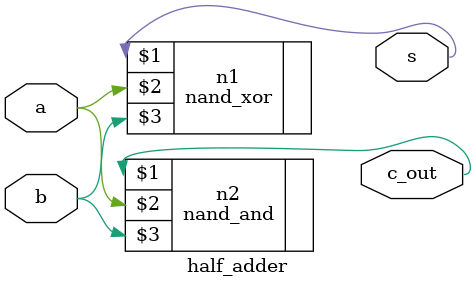
<source format=v>
module half_adder(s,c_out,a,b);
input a,b;
output s,c_out;

nand_xor n1(s,a,b);
nand_and n2(c_out,a,b);

endmodule

</source>
